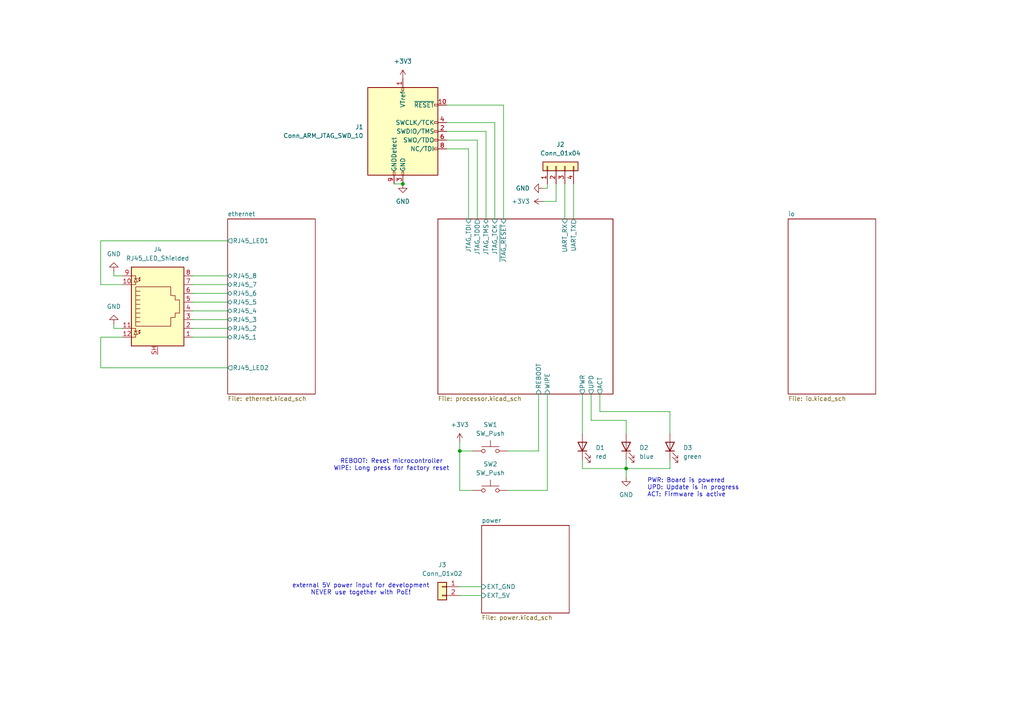
<source format=kicad_sch>
(kicad_sch (version 20231120) (generator "eeschema") (generator_version "8.0")
  (paper "A4")
  (lib_symbols
    (symbol "Connector:Conn_ARM_JTAG_SWD_10" (pin_names (offset 1.016))
      (property "Reference" "J" (at -2.54 16.51 0))
      (property "Value" "Conn_ARM_JTAG_SWD_10" (at -2.54 13.97 0))
      (symbol "Conn_ARM_JTAG_SWD_10_0_1"
        (rectangle (start -10.16 12.7) (end 10.16 -12.7) (stroke (width 0.254)) (fill (type background)))
        (rectangle (start -2.794 -12.7) (end -2.286 -11.684))
        (rectangle (start -0.254 -12.7) (end 0.254 -11.684))
        (rectangle (start -0.254 12.7) (end 0.254 11.684))
        (rectangle (start 9.144 2.286) (end 10.16 2.794))
        (rectangle (start 10.16 -2.794) (end 9.144 -2.286))
        (rectangle (start 10.16 -0.254) (end 9.144 0.254))
        (rectangle (start 10.16 7.874) (end 9.144 7.366))
      )
      (symbol "Conn_ARM_JTAG_SWD_10_1_1"
        (rectangle (start 9.144 -5.334) (end 10.16 -4.826))
        (pin power_in line (at 0 15.24 270) (length 2.54) (name "VTref") (number "1"))
        (pin open_collector line (at 12.7 7.62 180) (length 2.54) (name "~{RESET}") (number "10"))
        (pin bidirectional line (at 12.7 0 180) (length 2.54) (name "SWDIO/TMS") (number "2"))
        (pin power_in line (at 0 -15.24 90) (length 2.54) (name "GND") (number "3"))
        (pin output line (at 12.7 2.54 180) (length 2.54) (name "SWCLK/TCK") (number "4"))
        (pin passive line (at 0 -15.24 90) (length 2.54) hide (name "GND") (number "5"))
        (pin input line (at 12.7 -2.54 180) (length 2.54) (name "SWO/TDO") (number "6"))
        (pin no_connect line (at -10.16 0 0) (length 2.54) hide (name "KEY") (number "7"))
        (pin output line (at 12.7 -5.08 180) (length 2.54) (name "NC/TDI") (number "8"))
        (pin passive line (at -2.54 -15.24 90) (length 2.54) (name "GNDDetect") (number "9"))
      )
    )
    (symbol "Connector:RJ45_LED_Shielded" (pin_names (offset 1.016))
      (property "Reference" "J" (at -5.08 13.97 0))
      (property "Value" "RJ45_LED_Shielded" (at 1.27 13.97 0))
      (symbol "RJ45_LED_Shielded_0_1"
        (polyline (pts (xy -7.62 -7.62) (xy -6.35 -7.62)))
        (polyline (pts (xy -7.62 -5.08) (xy -6.35 -5.08)))
        (polyline (pts (xy -7.62 7.62) (xy -6.35 7.62)))
        (polyline (pts (xy -7.62 10.16) (xy -6.35 10.16)))
        (polyline (pts (xy -6.858 -5.842) (xy -5.842 -5.842)))
        (polyline (pts (xy -6.858 9.398) (xy -5.842 9.398)))
        (polyline (pts (xy -6.35 -7.62) (xy -6.35 -6.858)))
        (polyline (pts (xy -6.35 -5.08) (xy -6.35 -5.842)))
        (polyline (pts (xy -6.35 7.62) (xy -6.35 8.382)))
        (polyline (pts (xy -6.35 10.16) (xy -6.35 9.398)))
        (polyline (pts (xy -5.08 -6.223) (xy -5.207 -6.604)))
        (polyline (pts (xy -5.08 -5.588) (xy -5.207 -5.969)))
        (polyline (pts (xy -5.08 4.445) (xy -6.35 4.445)))
        (polyline (pts (xy -5.08 5.715) (xy -6.35 5.715)))
        (polyline (pts (xy -5.08 9.017) (xy -5.207 8.636)))
        (polyline (pts (xy -5.08 9.652) (xy -5.207 9.271)))
        (polyline (pts (xy -6.35 -3.175) (xy -5.08 -3.175) (xy -5.08 -3.175)))
        (polyline (pts (xy -6.35 -1.905) (xy -5.08 -1.905) (xy -5.08 -1.905)))
        (polyline (pts (xy -6.35 -0.635) (xy -5.08 -0.635) (xy -5.08 -0.635)))
        (polyline (pts (xy -6.35 0.635) (xy -5.08 0.635) (xy -5.08 0.635)))
        (polyline (pts (xy -6.35 1.905) (xy -5.08 1.905) (xy -5.08 1.905)))
        (polyline (pts (xy -5.588 -6.731) (xy -5.08 -6.223) (xy -5.461 -6.35)))
        (polyline (pts (xy -5.588 -6.096) (xy -5.08 -5.588) (xy -5.461 -5.715)))
        (polyline (pts (xy -5.588 8.509) (xy -5.08 9.017) (xy -5.461 8.89)))
        (polyline (pts (xy -5.588 9.144) (xy -5.08 9.652) (xy -5.461 9.525)))
        (polyline (pts (xy -5.08 3.175) (xy -6.35 3.175) (xy -6.35 3.175)))
        (polyline (pts (xy -6.35 -5.842) (xy -6.858 -6.858) (xy -5.842 -6.858) (xy -6.35 -5.842)))
        (polyline (pts (xy -6.35 9.398) (xy -6.858 8.382) (xy -5.842 8.382) (xy -6.35 9.398)))
        (polyline (pts (xy -6.35 -4.445) (xy -6.35 6.985) (xy 3.81 6.985) (xy 3.81 4.445) (xy 5.08 4.445) (xy 5.08 3.175) (xy 6.35 3.175) (xy 6.35 -0.635) (xy 5.08 -0.635) (xy 5.08 -1.905) (xy 3.81 -1.905) (xy 3.81 -4.445) (xy -6.35 -4.445) (xy -6.35 -4.445)))
        (rectangle (start 7.62 12.7) (end -7.62 -10.16) (stroke (width 0.254)) (fill (type background)))
      )
      (symbol "RJ45_LED_Shielded_1_1"
        (pin passive line (at 10.16 -7.62 180) (length 2.54) (name "~") (number "1"))
        (pin passive line (at -10.16 7.62 0) (length 2.54) (name "~") (number "10"))
        (pin passive line (at -10.16 -5.08 0) (length 2.54) (name "~") (number "11"))
        (pin passive line (at -10.16 -7.62 0) (length 2.54) (name "~") (number "12"))
        (pin passive line (at 10.16 -5.08 180) (length 2.54) (name "~") (number "2"))
        (pin passive line (at 10.16 -2.54 180) (length 2.54) (name "~") (number "3"))
        (pin passive line (at 10.16 0 180) (length 2.54) (name "~") (number "4"))
        (pin passive line (at 10.16 2.54 180) (length 2.54) (name "~") (number "5"))
        (pin passive line (at 10.16 5.08 180) (length 2.54) (name "~") (number "6"))
        (pin passive line (at 10.16 7.62 180) (length 2.54) (name "~") (number "7"))
        (pin passive line (at 10.16 10.16 180) (length 2.54) (name "~") (number "8"))
        (pin passive line (at -10.16 10.16 0) (length 2.54) (name "~") (number "9"))
        (pin passive line (at 0 -12.7 90) (length 2.54) (name "~") (number "SH"))
      )
    )
    (symbol "Connector_Generic:Conn_01x02" (pin_names (offset 1.016) hide)
      (property "Reference" "J" (at 0 2.54 0))
      (property "Value" "Conn_01x02" (at 0 -5.08 0))
      (symbol "Conn_01x02_1_1"
        (rectangle (start -1.27 -2.413) (end 0 -2.667) (stroke (width 0.1524)))
        (rectangle (start -1.27 0.127) (end 0 -0.127) (stroke (width 0.1524)))
        (rectangle (start -1.27 1.27) (end 1.27 -3.81) (stroke (width 0.254)) (fill (type background)))
        (pin passive line (at -5.08 0 0) (length 3.81) (name "Pin_1") (number "1"))
        (pin passive line (at -5.08 -2.54 0) (length 3.81) (name "Pin_2") (number "2"))
      )
    )
    (symbol "Connector_Generic:Conn_01x04" (pin_names (offset 1.016) hide)
      (property "Reference" "J" (at 0 5.08 0))
      (property "Value" "Conn_01x04" (at 0 -7.62 0))
      (symbol "Conn_01x04_1_1"
        (rectangle (start -1.27 -4.953) (end 0 -5.207) (stroke (width 0.1524)))
        (rectangle (start -1.27 -2.413) (end 0 -2.667) (stroke (width 0.1524)))
        (rectangle (start -1.27 0.127) (end 0 -0.127) (stroke (width 0.1524)))
        (rectangle (start -1.27 2.667) (end 0 2.413) (stroke (width 0.1524)))
        (rectangle (start -1.27 3.81) (end 1.27 -6.35) (stroke (width 0.254)) (fill (type background)))
        (pin passive line (at -5.08 2.54 0) (length 3.81) (name "Pin_1") (number "1"))
        (pin passive line (at -5.08 0 0) (length 3.81) (name "Pin_2") (number "2"))
        (pin passive line (at -5.08 -2.54 0) (length 3.81) (name "Pin_3") (number "3"))
        (pin passive line (at -5.08 -5.08 0) (length 3.81) (name "Pin_4") (number "4"))
      )
    )
    (symbol "Device:LED" (pin_numbers hide) (pin_names (offset 1.016) hide)
      (property "Reference" "D" (at 0 2.54 0))
      (property "Value" "LED" (at 0 -2.54 0))
      (symbol "LED_0_1"
        (polyline (pts (xy -1.27 -1.27) (xy -1.27 1.27)) (stroke (width 0.254)))
        (polyline (pts (xy -1.27 0) (xy 1.27 0)))
        (polyline (pts (xy 1.27 -1.27) (xy 1.27 1.27) (xy -1.27 0) (xy 1.27 -1.27)) (stroke (width 0.254)))
        (polyline (pts (xy -3.048 -0.762) (xy -4.572 -2.286) (xy -3.81 -2.286) (xy -4.572 -2.286) (xy -4.572 -1.524)))
        (polyline (pts (xy -1.778 -0.762) (xy -3.302 -2.286) (xy -2.54 -2.286) (xy -3.302 -2.286) (xy -3.302 -1.524)))
      )
      (symbol "LED_1_1"
        (pin passive line (at -3.81 0 0) (length 2.54) (name "K") (number "1"))
        (pin passive line (at 3.81 0 180) (length 2.54) (name "A") (number "2"))
      )
    )
    (symbol "Switch:SW_Push" (pin_numbers hide) (pin_names (offset 1.016) hide)
      (property "Reference" "SW" (at 1.27 2.54 0))
      (property "Value" "SW_Push" (at 0 -1.524 0))
      (symbol "SW_Push_0_1"
        (circle (center -2.032 0) (radius 0.508))
        (polyline (pts (xy 0 1.27) (xy 0 3.048)))
        (polyline (pts (xy 2.54 1.27) (xy -2.54 1.27)))
        (circle (center 2.032 0) (radius 0.508))
        (pin passive line (at -5.08 0 0) (length 2.54) (name "1") (number "1"))
        (pin passive line (at 5.08 0 180) (length 2.54) (name "2") (number "2"))
      )
    )
    (symbol "power:+3V3" (power) (pin_numbers hide) (pin_names (offset 0) hide)
      (property "Value" "+3V3" (at 0 3.556 0))
      (symbol "+3V3_0_1"
        (polyline (pts (xy -0.762 1.27) (xy 0 2.54)))
        (polyline (pts (xy 0 0) (xy 0 2.54)))
        (polyline (pts (xy 0 2.54) (xy 0.762 1.27)))
      )
      (symbol "+3V3_1_1"
        (pin power_in line (at 0 0 90) (length 0) (name "~") (number "1"))
      )
    )
    (symbol "power:GND" (power) (pin_numbers hide) (pin_names (offset 0) hide)
      (property "Value" "GND" (at 0 -3.81 0))
      (symbol "GND_0_1"
        (polyline (pts (xy 0 0) (xy 0 -1.27) (xy 1.27 -1.27) (xy 0 -2.54) (xy -1.27 -1.27) (xy 0 -1.27)))
      )
      (symbol "GND_1_1"
        (pin power_in line (at 0 0 270) (length 0) (name "~") (number "1"))
      )
    )
  )
  (junction (at 181.61 135.89))
  (junction (at 133.35 130.81))
  (junction (at 116.84 53.34))
  (wire (pts (xy 181.61 135.89) (xy 181.61 138.43)))
  (wire (pts (xy 138.43 40.64) (xy 138.43 63.5)))
  (wire (pts (xy 29.21 82.55) (xy 35.56 82.55)))
  (wire (pts (xy 181.61 133.35) (xy 181.61 135.89)))
  (wire (pts (xy 55.88 80.01) (xy 66.04 80.01)))
  (wire (pts (xy 33.02 80.01) (xy 35.56 80.01)))
  (wire (pts (xy 161.29 58.42) (xy 157.48 58.42)))
  (wire (pts (xy 129.54 35.56) (xy 143.51 35.56)))
  (wire (pts (xy 181.61 121.92) (xy 181.61 125.73)))
  (wire (pts (xy 129.54 30.48) (xy 146.05 30.48)))
  (wire (pts (xy 146.05 30.48) (xy 146.05 63.5)))
  (wire (pts (xy 156.21 114.3) (xy 156.21 130.81)))
  (wire (pts (xy 133.35 130.81) (xy 133.35 142.24)))
  (wire (pts (xy 158.75 114.3) (xy 158.75 142.24)))
  (wire (pts (xy 55.88 85.09) (xy 66.04 85.09)))
  (wire (pts (xy 168.91 135.89) (xy 181.61 135.89)))
  (wire (pts (xy 33.02 93.98) (xy 33.02 95.25)))
  (wire (pts (xy 114.3 53.34) (xy 116.84 53.34)))
  (wire (pts (xy 168.91 114.3) (xy 168.91 125.73)))
  (wire (pts (xy 173.99 114.3) (xy 173.99 119.38)))
  (wire (pts (xy 129.54 40.64) (xy 138.43 40.64)))
  (wire (pts (xy 137.16 142.24) (xy 133.35 142.24)))
  (wire (pts (xy 157.48 54.61) (xy 158.75 54.61)))
  (wire (pts (xy 161.29 53.34) (xy 161.29 58.42)))
  (wire (pts (xy 133.35 130.81) (xy 133.35 128.27)))
  (wire (pts (xy 129.54 43.18) (xy 135.89 43.18)))
  (wire (pts (xy 55.88 82.55) (xy 66.04 82.55)))
  (wire (pts (xy 55.88 97.79) (xy 66.04 97.79)))
  (wire (pts (xy 158.75 54.61) (xy 158.75 53.34)))
  (wire (pts (xy 140.97 38.1) (xy 140.97 63.5)))
  (wire (pts (xy 33.02 78.74) (xy 33.02 80.01)))
  (wire (pts (xy 173.99 119.38) (xy 194.31 119.38)))
  (wire (pts (xy 194.31 119.38) (xy 194.31 125.73)))
  (wire (pts (xy 194.31 133.35) (xy 194.31 135.89)))
  (wire (pts (xy 194.31 135.89) (xy 181.61 135.89)))
  (wire (pts (xy 29.21 97.79) (xy 35.56 97.79)))
  (wire (pts (xy 168.91 133.35) (xy 168.91 135.89)))
  (wire (pts (xy 158.75 142.24) (xy 147.32 142.24)))
  (wire (pts (xy 143.51 35.56) (xy 143.51 63.5)))
  (wire (pts (xy 163.83 53.34) (xy 163.83 63.5)))
  (wire (pts (xy 171.45 114.3) (xy 171.45 121.92)))
  (wire (pts (xy 55.88 87.63) (xy 66.04 87.63)))
  (wire (pts (xy 129.54 38.1) (xy 140.97 38.1)))
  (wire (pts (xy 135.89 43.18) (xy 135.89 63.5)))
  (wire (pts (xy 171.45 121.92) (xy 181.61 121.92)))
  (wire (pts (xy 55.88 95.25) (xy 66.04 95.25)))
  (wire (pts (xy 133.35 170.18) (xy 139.7 170.18)))
  (wire (pts (xy 137.16 130.81) (xy 133.35 130.81)))
  (wire (pts (xy 133.35 172.72) (xy 139.7 172.72)))
  (wire (pts (xy 166.37 53.34) (xy 166.37 63.5)))
  (wire (pts (xy 29.21 69.85) (xy 29.21 82.55)))
  (wire (pts (xy 156.21 130.81) (xy 147.32 130.81)))
  (wire (pts (xy 55.88 90.17) (xy 66.04 90.17)))
  (wire (pts (xy 33.02 95.25) (xy 35.56 95.25)))
  (wire (pts (xy 55.88 92.71) (xy 66.04 92.71)))
  (wire (pts (xy 29.21 106.68) (xy 29.21 97.79)))
  (wire (pts (xy 66.04 69.85) (xy 29.21 69.85)))
  (wire (pts (xy 66.04 106.68) (xy 29.21 106.68)))
  (text "PWR: Board is powered\nUPD: Update is in progress\nACT: Firmware is active" (at 187.706 141.478 0) (effects (font (size 1.27 1.27)) (justify left)))
  (text "REBOOT: Reset microcontroller\nWIPE: Long press for factory reset" (at 113.538 134.874 0) (effects (font (size 1.27 1.27))))
  (text "external 5V power input for development\nNEVER use together with PoE!" (at 104.648 170.942 0) (effects (font (size 1.27 1.27))))
  (symbol (lib_id "power:GND") (at 33.02 93.98 180) (unit 1)
    (property "Reference" "#PWR08" (effects (hide yes)))
    (property "Value" "GND" (at 33.02 88.9 0))
    (property "Description" "Power symbol creates a global label with name \"GND\" , ground" (effects (hide yes)))
  )
  (symbol (lib_id "Switch:SW_Push") (at 142.24 130.81 0) (mirror y) (unit 1)
    (property "Reference" "SW1" (at 142.24 123.19 0))
    (property "Value" "SW_Push" (at 142.24 125.73 0))
    (property "Footprint" "Button_Switch_SMD:SW_SPST_TL3305B" (effects (hide yes)))
    (property "Datasheet" "https://www.e-switch.com/wp-content/uploads/2024/08/TL3305.pdf" (effects (hide yes)))
    (property "Description" "REBOOT" (effects (hide yes)))
    (property "MPN" "TL3305BF260QG" (effects (hide yes)))
    (property "Manufacturer" "E-Switch" (effects (hide yes)))
  )
  (symbol (lib_id "Connector:RJ45_LED_Shielded") (at 45.72 90.17 0) (unit 1)
    (property "Reference" "J4" (at 45.72 72.39 0))
    (property "Value" "RJ45_LED_Shielded" (at 45.72 74.93 0))
    (property "Footprint" "Connector_RJ:RJ45_BEL_SS74301-00x_Vertical" (effects (hide yes)))
    (property "Datasheet" "https://www.cinch.com/media/datasheets/products/ethernet-usb/ds-stw-2.5g-connectors.pdf" (effects (hide yes)))
    (property "Description" "Ethernet with PoE" (effects (hide yes)))
    (property "MPN" "SS-74301-001" (effects (hide yes)))
    (property "Manufacturer" "Stewart Connector" (effects (hide yes)))
  )
  (symbol (lib_id "Switch:SW_Push") (at 142.24 142.24 0) (mirror y) (unit 1)
    (property "Reference" "SW2" (at 142.24 134.62 0))
    (property "Value" "SW_Push" (at 142.24 137.16 0))
    (property "Footprint" "Button_Switch_SMD:SW_SPST_TL3305B" (effects (hide yes)))
    (property "Datasheet" "https://www.e-switch.com/wp-content/uploads/2024/08/TL3305.pdf" (effects (hide yes)))
    (property "Description" "WIPE" (effects (hide yes)))
    (property "MPN" "TL3305BF260QG" (effects (hide yes)))
    (property "Manufacturer" "E-Switch" (effects (hide yes)))
  )
  (symbol (lib_id "Device:LED") (at 181.61 129.54 90) (unit 1)
    (property "Reference" "D2" (at 185.42 129.8574 90) (effects (justify right)))
    (property "Value" "blue" (at 185.42 132.3974 90) (effects (justify right)))
    (property "Footprint" "LED_SMD:LED_1206_3216Metric" (effects (hide yes)))
    (property "Datasheet" "https://s3-us-west-2.amazonaws.com/catsy.557/Dialight_CBI_data_598-1206_Apr2018.pdf" (effects (hide yes)))
    (property "Description" "UPD" (effects (hide yes)))
    (property "MPN" "598-8291-107F" (effects (hide yes)))
    (property "Manufacturer" "Dialight" (effects (hide yes)))
  )
  (symbol (lib_id "Connector_Generic:Conn_01x04") (at 161.29 48.26 90) (unit 1)
    (property "Reference" "J2" (at 162.56 41.91 90))
    (property "Value" "Conn_01x04" (at 162.56 44.45 90))
    (property "Footprint" "Connector_PinHeader_2.54mm:PinHeader_1x04_P2.54mm_Vertical" (effects (hide yes)))
    (property "Description" "3V3 UART" (effects (hide yes)))
  )
  (symbol (lib_id "power:+3V3") (at 133.35 128.27 0) (mirror y) (unit 1)
    (property "Reference" "#PWR04" (effects (hide yes)))
    (property "Value" "+3V3" (at 133.35 123.19 0))
    (property "Description" "Power symbol creates a global label with name \"+3V3\"" (effects (hide yes)))
  )
  (symbol (lib_id "Connector:Conn_ARM_JTAG_SWD_10") (at 116.84 38.1 0) (unit 1)
    (property "Reference" "J1" (at 105.41 36.8299 0) (effects (justify right)))
    (property "Value" "Conn_ARM_JTAG_SWD_10" (at 105.41 39.3699 0) (effects (justify right)))
    (property "Datasheet" "https://mm.digikey.com/Volume0/opasdata/d220001/medias/docus/6209/ftsh-1xx-xx-xxx-dv-xxx-xxx-x-xx-mkt.pdf" (effects (hide yes)))
    (property "Description" "JTAG" (effects (hide yes)))
    (property "MPN" "FTSH-105-01-L-DV-007-K-TR" (effects (hide yes)))
    (property "Manufacturer" "samtec" (effects (hide yes)))
  )
  (symbol (lib_id "Connector_Generic:Conn_01x02") (at 128.27 170.18 0) (mirror y) (unit 1)
    (property "Reference" "J3" (at 128.27 163.83 0))
    (property "Value" "Conn_01x02" (at 128.27 166.37 0))
    (property "Footprint" "Connector_PinHeader_2.54mm:PinHeader_1x02_P2.54mm_Vertical" (effects (hide yes)))
    (property "Description" "Non-PoE 5V power input" (effects (hide yes)))
  )
  (symbol (lib_id "power:+3V3") (at 157.48 58.42 90) (unit 1)
    (property "Reference" "#PWR06" (effects (hide yes)))
    (property "Value" "+3V3" (at 153.67 58.4199 90) (effects (justify left)))
    (property "Description" "Power symbol creates a global label with name \"+3V3\"" (effects (hide yes)))
  )
  (symbol (lib_id "Device:LED") (at 194.31 129.54 90) (unit 1)
    (property "Reference" "D3" (at 198.12 129.8574 90) (effects (justify right)))
    (property "Value" "green" (at 198.12 132.3974 90) (effects (justify right)))
    (property "Footprint" "LED_SMD:LED_1206_3216Metric" (effects (hide yes)))
    (property "Datasheet" "https://s3-us-west-2.amazonaws.com/catsy.557/Dialight_CBI_data_598-1206_Apr2018.pdf" (effects (hide yes)))
    (property "Description" "ACT" (effects (hide yes)))
    (property "MPN" "598-8270-107F" (effects (hide yes)))
    (property "Manufacturer" "Dialight" (effects (hide yes)))
  )
  (symbol (lib_id "power:GND") (at 116.84 53.34 0) (unit 1)
    (property "Reference" "#PWR02" (effects (hide yes)))
    (property "Value" "GND" (at 116.84 58.42 0))
    (property "Description" "Power symbol creates a global label with name \"GND\" , ground" (effects (hide yes)))
  )
  (symbol (lib_id "power:GND") (at 181.61 138.43 0) (unit 1)
    (property "Reference" "#PWR03" (effects (hide yes)))
    (property "Value" "GND" (at 181.61 143.51 0))
    (property "Description" "Power symbol creates a global label with name \"GND\" , ground" (effects (hide yes)))
  )
  (symbol (lib_id "power:GND") (at 157.48 54.61 270) (unit 1)
    (property "Reference" "#PWR05" (effects (hide yes)))
    (property "Value" "GND" (at 153.67 54.6099 90) (effects (justify right)))
    (property "Description" "Power symbol creates a global label with name \"GND\" , ground" (effects (hide yes)))
  )
  (symbol (lib_id "power:+3V3") (at 116.84 22.86 0) (unit 1)
    (property "Reference" "#PWR01" (effects (hide yes)))
    (property "Value" "+3V3" (at 116.84 17.78 0))
    (property "Description" "Power symbol creates a global label with name \"+3V3\"" (effects (hide yes)))
  )
  (symbol (lib_id "Device:LED") (at 168.91 129.54 90) (unit 1)
    (property "Reference" "D1" (at 172.72 129.8574 90) (effects (justify right)))
    (property "Value" "red" (at 172.72 132.3974 90) (effects (justify right)))
    (property "Footprint" "LED_SMD:LED_1206_3216Metric" (effects (hide yes)))
    (property "Datasheet" "https://s3-us-west-2.amazonaws.com/catsy.557/Dialight_CBI_data_598-1206_Apr2018.pdf" (effects (hide yes)))
    (property "Description" "PWR" (effects (hide yes)))
    (property "MPN" "598-8210-107F" (effects (hide yes)))
    (property "Manufacturer" "Dialight" (effects (hide yes)))
  )
  (symbol (lib_id "power:GND") (at 33.02 78.74 180) (unit 1)
    (property "Reference" "#PWR07" (effects (hide yes)))
    (property "Value" "GND" (at 33.02 73.66 0))
    (property "Description" "Power symbol creates a global label with name \"GND\" , ground" (effects (hide yes)))
  )
  (sheet (at 66.04 63.5) (size 25.4 50.8) (stroke (width 0.1524))
    (property "Sheetname" "ethernet" (at 66.04 62.7884 0) (effects (justify left bottom)))
    (property "Sheetfile" "ethernet.kicad_sch" (at 66.04 114.8846 0) (effects (justify left top)))
    (pin "RJ45_1" bidirectional (at 66.04 97.79 180))
    (pin "RJ45_2" bidirectional (at 66.04 95.25 180))
    (pin "RJ45_3" bidirectional (at 66.04 92.71 180))
    (pin "RJ45_4" bidirectional (at 66.04 90.17 180))
    (pin "RJ45_5" bidirectional (at 66.04 87.63 180))
    (pin "RJ45_6" bidirectional (at 66.04 85.09 180))
    (pin "RJ45_7" bidirectional (at 66.04 82.55 180))
    (pin "RJ45_8" bidirectional (at 66.04 80.01 180))
    (pin "RJ45_LED1" output (at 66.04 69.85 180))
    (pin "RJ45_LED2" output (at 66.04 106.68 180))
  )
  (sheet (at 228.6 63.5) (size 25.4 50.8) (stroke (width 0.1524))
    (property "Sheetname" "io" (at 228.6 62.7884 0) (effects (justify left bottom)))
    (property "Sheetfile" "io.kicad_sch" (at 228.6 114.8846 0) (effects (justify left top)))
  )
  (sheet (at 127 63.5) (size 50.8 50.8) (stroke (width 0.1524))
    (property "Sheetname" "processor" (effects (hide yes)))
    (property "Sheetfile" "processor.kicad_sch" (at 127 114.8846 0) (effects (justify left top)))
    (pin "REBOOT" input (at 156.21 114.3 270))
    (pin "WIPE" input (at 158.75 114.3 270))
    (pin "PWR" output (at 168.91 114.3 270))
    (pin "UPD" output (at 171.45 114.3 270))
    (pin "ACT" output (at 173.99 114.3 270))
    (pin "JTAG_TDI" input (at 135.89 63.5 90))
    (pin "JTAG_TDO" output (at 138.43 63.5 90))
    (pin "~{JTAG_RESET}" input (at 146.05 63.5 90))
    (pin "JTAG_TMS" bidirectional (at 140.97 63.5 90))
    (pin "JTAG_TCK" input (at 143.51 63.5 90))
    (pin "UART_RX" input (at 163.83 63.5 90))
    (pin "UART_TX" output (at 166.37 63.5 90))
  )
  (sheet (at 139.7 152.4) (size 25.4 25.4) (stroke (width 0.1524))
    (property "Sheetname" "power" (at 139.7 151.6884 0) (effects (justify left bottom)))
    (property "Sheetfile" "power.kicad_sch" (at 139.7 178.3846 0) (effects (justify left top)))
    (pin "EXT_5V" input (at 139.7 172.72 180))
    (pin "EXT_GND" input (at 139.7 170.18 180))
  )
)
</source>
